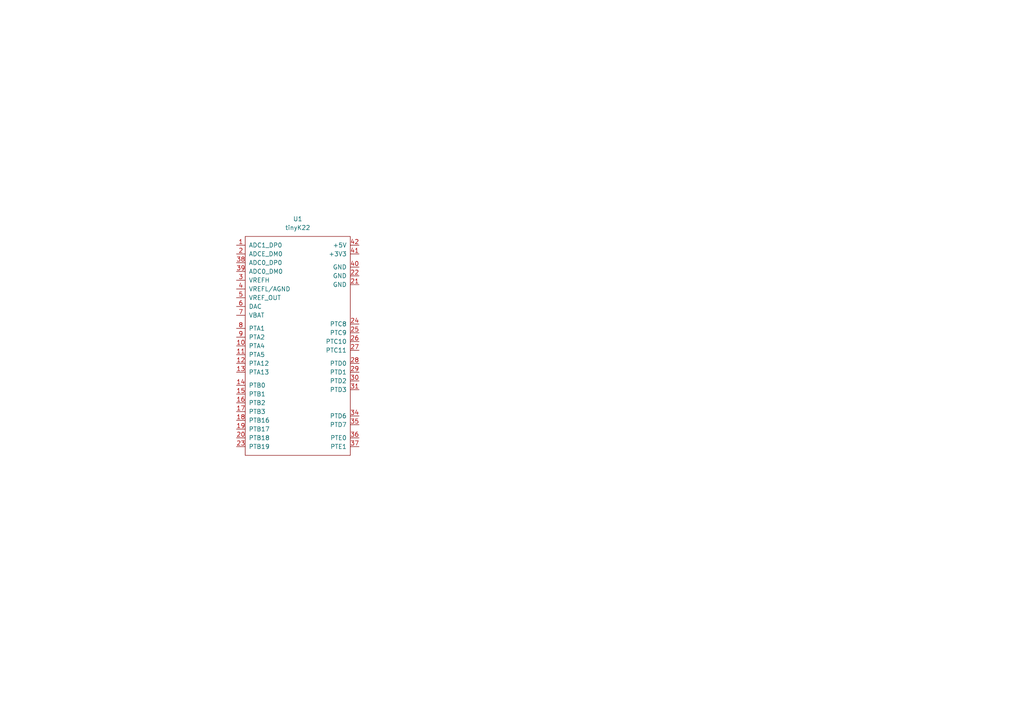
<source format=kicad_sch>
(kicad_sch (version 20250114) (generator "eeschema") (generator_version "9.0")
  (paper "A4")
  (lib_symbols
    (symbol "APROG_Symbols:tinyK22" (pin_names (offset 1.016))
      (property "Reference" "U" (at -16.51 40.64 0))
      (property "Value" "tinyK22" (at -13.97 43.18 0))
      (symbol "tinyK22_0_1"
        (rectangle (start -17.78 38.1) (end 12.7 -25.4))
      )
      (symbol "tinyK22_1_1"
        (pin input line (at -20.32 35.56 0) (length 2.54) (name "ADC1_DP0") (number "1"))
        (pin input line (at -20.32 33.02 0) (length 2.54) (name "ADCE_DM0") (number "2"))
        (pin input line (at -20.32 30.48 0) (length 2.54) (name "ADC0_DP0") (number "38"))
        (pin input line (at -20.32 27.94 0) (length 2.54) (name "ADC0_DM0") (number "39"))
        (pin input line (at -20.32 25.4 0) (length 2.54) (name "VREFH") (number "3"))
        (pin input line (at -20.32 22.86 0) (length 2.54) (name "VREFL/AGND") (number "4"))
        (pin output line (at -20.32 20.32 0) (length 2.54) (name "VREF_OUT") (number "5"))
        (pin output line (at -20.32 17.78 0) (length 2.54) (name "DAC") (number "6"))
        (pin input line (at -20.32 15.24 0) (length 2.54) (name "VBAT") (number "7"))
        (pin bidirectional line (at -20.32 11.43 0) (length 2.54) (name "PTA1") (number "8"))
        (pin bidirectional line (at -20.32 8.89 0) (length 2.54) (name "PTA2") (number "9"))
        (pin bidirectional line (at -20.32 6.35 0) (length 2.54) (name "PTA4") (number "10"))
        (pin bidirectional line (at -20.32 3.81 0) (length 2.54) (name "PTA5") (number "11"))
        (pin bidirectional line (at -20.32 1.27 0) (length 2.54) (name "PTA12") (number "12"))
        (pin bidirectional line (at -20.32 -1.27 0) (length 2.54) (name "PTA13") (number "13"))
        (pin bidirectional line (at -20.32 -5.08 0) (length 2.54) (name "PTB0") (number "14"))
        (pin bidirectional line (at -20.32 -7.62 0) (length 2.54) (name "PTB1") (number "15"))
        (pin bidirectional line (at -20.32 -10.16 0) (length 2.54) (name "PTB2") (number "16"))
        (pin bidirectional line (at -20.32 -12.7 0) (length 2.54) (name "PTB3") (number "17"))
        (pin bidirectional line (at -20.32 -15.24 0) (length 2.54) (name "PTB16") (number "18"))
        (pin bidirectional line (at -20.32 -17.78 0) (length 2.54) (name "PTB17") (number "19"))
        (pin bidirectional line (at -20.32 -20.32 0) (length 2.54) (name "PTB18") (number "20"))
        (pin bidirectional line (at -20.32 -22.86 0) (length 2.54) (name "PTB19") (number "23"))
        (pin power_in line (at 15.24 35.56 180) (length 2.54) (name "+5V") (number "42"))
        (pin power_out line (at 15.24 33.02 180) (length 2.54) (name "+3V3") (number "41"))
        (pin power_in line (at 15.24 29.21 180) (length 2.54) (name "GND") (number "40"))
        (pin power_in line (at 15.24 26.67 180) (length 2.54) (name "GND") (number "22"))
        (pin power_in line (at 15.24 24.13 180) (length 2.54) (name "GND") (number "21"))
        (pin bidirectional line (at 15.24 12.7 180) (length 2.54) (name "PTC8") (number "24"))
        (pin bidirectional line (at 15.24 10.16 180) (length 2.54) (name "PTC9") (number "25"))
        (pin bidirectional line (at 15.24 7.62 180) (length 2.54) (name "PTC10") (number "26"))
        (pin bidirectional line (at 15.24 5.08 180) (length 2.54) (name "PTC11") (number "27"))
        (pin bidirectional line (at 15.24 1.27 180) (length 2.54) (name "PTD0") (number "28"))
        (pin bidirectional line (at 15.24 -1.27 180) (length 2.54) (name "PTD1") (number "29"))
        (pin bidirectional line (at 15.24 -3.81 180) (length 2.54) (name "PTD2") (number "30"))
        (pin bidirectional line (at 15.24 -6.35 180) (length 2.54) (name "PTD3") (number "31"))
        (pin bidirectional line (at 15.24 -13.97 180) (length 2.54) (name "PTD6") (number "34"))
        (pin bidirectional line (at 15.24 -16.51 180) (length 2.54) (name "PTD7") (number "35"))
        (pin bidirectional line (at 15.24 -20.32 180) (length 2.54) (name "PTE0") (number "36"))
        (pin bidirectional line (at 15.24 -22.86 180) (length 2.54) (name "PTE1") (number "37"))
      )
    )
  )
  (symbol (lib_id "APROG_Symbols:tinyK22") (at 88.9 106.68 0) (unit 1)
    (property "Reference" "U1" (at 86.36 63.5 0))
    (property "Value" "tinyK22" (at 86.36 66.04 0))
  )
)
</source>
